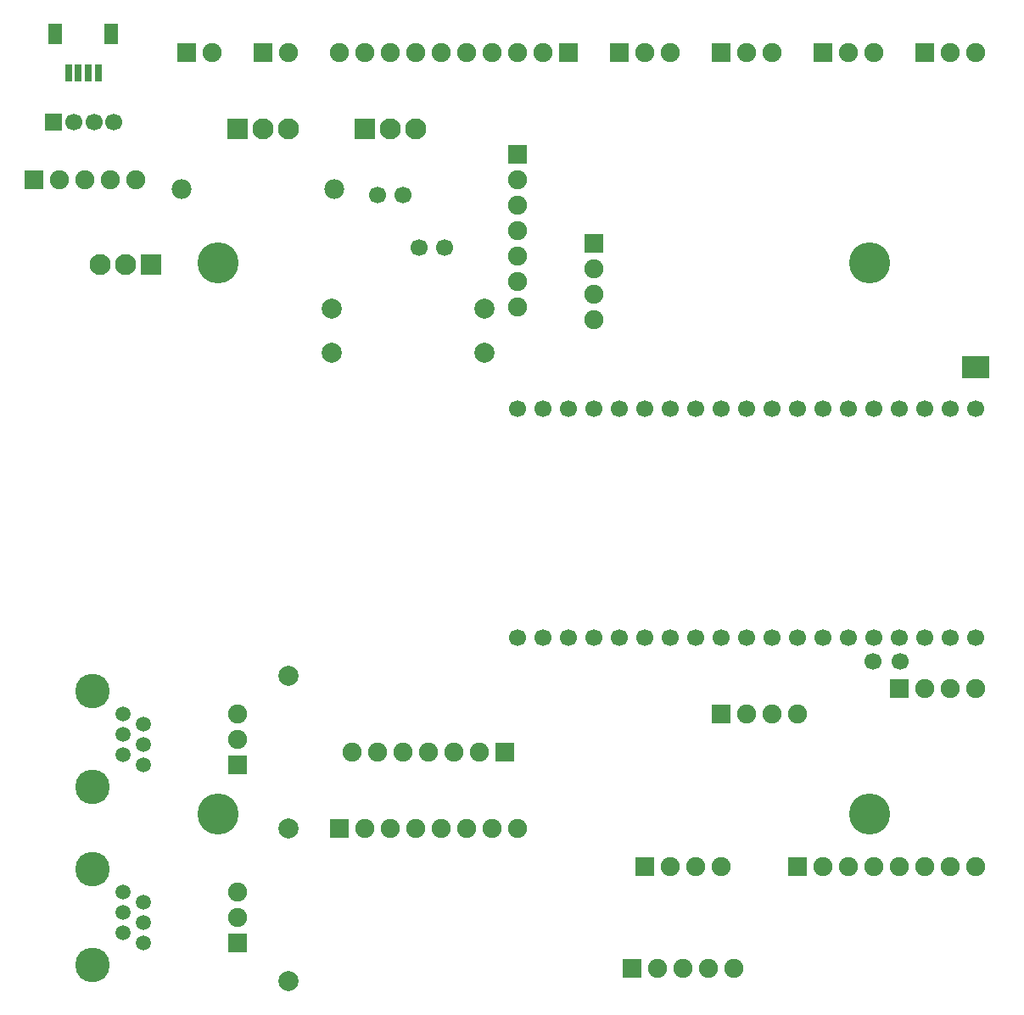
<source format=gts>
G04 DipTrace 3.3.1.3*
G04 TopMask.GTS*
%MOIN*%
G04 #@! TF.FileFunction,Soldermask,Top*
G04 #@! TF.Part,Single*
%ADD18R,0.066929X0.066929*%
%ADD19C,0.066929*%
%ADD25C,0.059055*%
%ADD26R,0.074803X0.074803*%
%ADD27C,0.074803*%
%ADD40C,0.161417*%
%ADD41C,0.135827*%
%ADD46C,0.066929*%
%ADD55C,0.077874*%
%ADD57C,0.077874*%
%ADD59C,0.07874*%
%ADD61C,0.082677*%
%ADD62R,0.082677X0.082677*%
%ADD64R,0.055118X0.07874*%
%ADD66R,0.031496X0.068898*%
%FSLAX26Y26*%
G04*
G70*
G90*
G75*
G01*
G04 TopMask*
%LPD*%
D26*
X684252Y3800000D3*
D27*
X784252D3*
D46*
X1596752Y3031251D3*
X1696752D3*
X1534252Y3237500D3*
X1434252D3*
D66*
X337500Y3718749D3*
X298130D3*
X258760D3*
X219390D3*
D64*
X168209Y3871308D3*
X388681D3*
D18*
X162500Y3525000D3*
D19*
X241240D3*
X319980D3*
X398720D3*
D26*
X984252Y3800000D3*
D27*
X1084252D3*
D40*
X807087Y2972441D3*
X3366142D3*
Y807087D3*
X807087D3*
D26*
X2434252Y200000D3*
D27*
X2534252D3*
X2634252D3*
X2734252D3*
X2834252D3*
D26*
X1284252Y750000D3*
D27*
X1384252D3*
X1484252D3*
X1584252D3*
X1684252D3*
X1784252D3*
X1884252D3*
X1984252D3*
D26*
X1934252Y1050000D3*
D27*
X1834252D3*
X1734252D3*
X1634252D3*
X1534252D3*
X1434252D3*
X1334252D3*
D26*
X3084252Y600000D3*
D27*
X3184252D3*
X3284252D3*
X3384252D3*
X3484252D3*
X3584252D3*
X3684252D3*
X3784252D3*
D26*
X2784252Y1200000D3*
D27*
X2884252D3*
X2984252D3*
X3084252D3*
D26*
X2484005Y600000D3*
D27*
X2584005D3*
X2684005D3*
X2784005D3*
D26*
X3484252Y1300000D3*
D27*
X3584252D3*
X3684252D3*
X3784252D3*
D26*
X1984252Y3400000D3*
D27*
Y3300000D3*
Y3200000D3*
Y3100000D3*
Y3000000D3*
Y2900000D3*
Y2800000D3*
D26*
X2284252Y3050000D3*
D27*
Y2950000D3*
Y2850000D3*
Y2750000D3*
D26*
X2184252Y3800000D3*
D27*
X2084252D3*
X1984252D3*
X1884252D3*
X1784252D3*
X1684252D3*
X1584252D3*
X1484252D3*
X1384252D3*
X1284252D3*
D26*
X884252Y1000000D3*
D27*
Y1100000D3*
Y1200000D3*
D26*
Y300000D3*
D27*
Y400000D3*
Y500000D3*
D26*
X84252Y3300000D3*
D27*
X184252D3*
X284252D3*
X384252D3*
X484252D3*
D26*
X2384252Y3800000D3*
D27*
X2484252D3*
X2584252D3*
D26*
X2784252D3*
D27*
X2884252D3*
X2984252D3*
D26*
X3184252D3*
D27*
X3284252D3*
X3384252D3*
D26*
X3584252D3*
D27*
X3684252D3*
X3784252D3*
D62*
X884252Y3500000D3*
D61*
X984252D3*
X1084252D3*
D59*
X1253003Y2793751D3*
X1853003D3*
Y2618749D3*
X1253003D3*
D57*
X665501Y3262500D3*
D55*
X1265501D3*
D59*
X1084252Y750000D3*
Y150000D3*
Y750000D3*
Y1350000D3*
D25*
X434252Y500000D3*
Y420079D3*
Y340157D3*
X514173Y300157D3*
Y380079D3*
Y460000D3*
D41*
X314213Y212598D3*
X314205Y587480D3*
D25*
X434252Y1200000D3*
Y1120079D3*
Y1040157D3*
X514173Y1000157D3*
Y1080079D3*
Y1160000D3*
D41*
X314213Y912598D3*
X314205Y1287480D3*
D46*
X3381251Y1406249D3*
X3487500D3*
D19*
X1984252Y2400000D3*
X2084252D3*
X2184252D3*
X2284252D3*
X2384252D3*
X2484252D3*
X2584252D3*
X2684252D3*
X2784252D3*
X2884252D3*
X2984252D3*
X3084252D3*
X3184252D3*
X3284252D3*
X3384252D3*
X3484252D3*
X3584252D3*
X3684252D3*
X3784252D3*
X1984252Y1500000D3*
X2084252D3*
X2184252D3*
X2284252D3*
X2384252D3*
X2484252D3*
X2584252D3*
X2684252D3*
X2784252D3*
X2884252D3*
X2984252D3*
X3084252D3*
X3184252D3*
X3284252D3*
X3384252D3*
X3484252D3*
X3584252D3*
X3684252D3*
X3784252D3*
D62*
X1384252Y3500000D3*
D61*
X1484252D3*
X1584252D3*
D62*
X543751Y2964370D3*
D61*
X443751D3*
X343751D3*
G36*
X3731249Y2606249D2*
X3837500D1*
Y2518751D1*
X3731249D1*
Y2606249D1*
G37*
M02*

</source>
